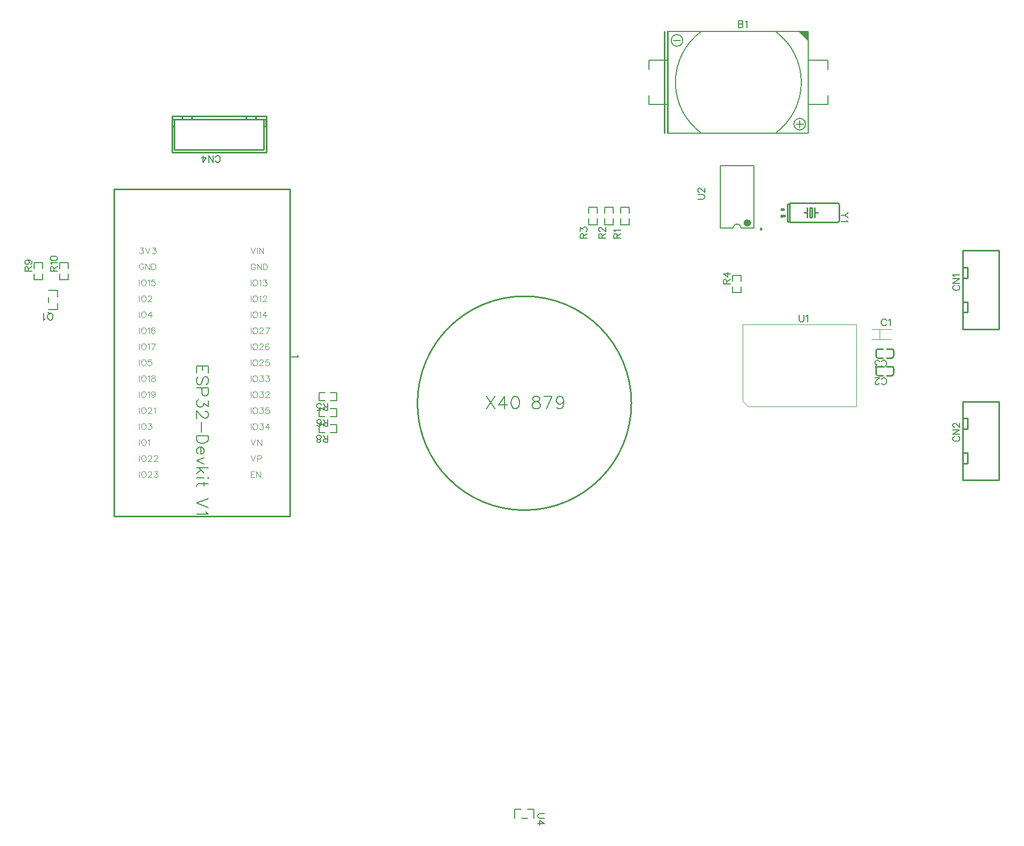
<source format=gto>
G04 Layer: TopSilkscreenLayer*
G04 EasyEDA v6.5.22, 2022-11-14 19:57:00*
G04 f0da57bd03cf490fa7de3f553d211417,61aeb1a5dc08497992730370c491a1bd,10*
G04 Gerber Generator version 0.2*
G04 Scale: 100 percent, Rotated: No, Reflected: No *
G04 Dimensions in millimeters *
G04 leading zeros omitted , absolute positions ,4 integer and 5 decimal *
%FSLAX45Y45*%
%MOMM*%

%ADD10C,0.2032*%
%ADD11C,0.1524*%
%ADD12C,0.0813*%
%ADD13C,0.1544*%
%ADD14C,0.2540*%
%ADD15C,0.1520*%
%ADD16C,0.0800*%
%ADD17C,0.1199*%
%ADD18C,0.2000*%
%ADD19C,0.4064*%
%ADD20C,0.2500*%
%ADD21C,0.6000*%
%ADD22C,0.1520*%
%ADD23C,0.0139*%

%LPD*%
D10*
X-599998Y-494972D02*
G01*
X-470712Y-689028D01*
X-470712Y-494972D02*
G01*
X-599998Y-689028D01*
X-317296Y-494972D02*
G01*
X-409752Y-624258D01*
X-271068Y-624258D01*
X-317296Y-494972D02*
G01*
X-317296Y-689028D01*
X-154736Y-494972D02*
G01*
X-182422Y-504116D01*
X-200964Y-531802D01*
X-210108Y-578030D01*
X-210108Y-605716D01*
X-200964Y-651944D01*
X-182422Y-679630D01*
X-154736Y-689028D01*
X-136448Y-689028D01*
X-108508Y-679630D01*
X-90220Y-651944D01*
X-80822Y-605716D01*
X-80822Y-578030D01*
X-90220Y-531802D01*
X-108508Y-504116D01*
X-136448Y-494972D01*
X-154736Y-494972D01*
X168351Y-494972D02*
G01*
X140665Y-504116D01*
X131521Y-522658D01*
X131521Y-541200D01*
X140665Y-559488D01*
X159207Y-568886D01*
X196291Y-578030D01*
X223977Y-587428D01*
X242265Y-605716D01*
X251663Y-624258D01*
X251663Y-651944D01*
X242265Y-670486D01*
X233121Y-679630D01*
X205435Y-689028D01*
X168351Y-689028D01*
X140665Y-679630D01*
X131521Y-670486D01*
X122377Y-651944D01*
X122377Y-624258D01*
X131521Y-605716D01*
X150063Y-587428D01*
X177749Y-578030D01*
X214579Y-568886D01*
X233121Y-559488D01*
X242265Y-541200D01*
X242265Y-522658D01*
X233121Y-504116D01*
X205435Y-494972D01*
X168351Y-494972D01*
X441909Y-494972D02*
G01*
X349453Y-689028D01*
X312623Y-494972D02*
G01*
X441909Y-494972D01*
X623011Y-559488D02*
G01*
X613613Y-587428D01*
X595071Y-605716D01*
X567385Y-615114D01*
X558241Y-615114D01*
X530555Y-605716D01*
X512013Y-587428D01*
X502869Y-559488D01*
X502869Y-550344D01*
X512013Y-522658D01*
X530555Y-504116D01*
X558241Y-494972D01*
X567385Y-494972D01*
X595071Y-504116D01*
X613613Y-522658D01*
X623011Y-559488D01*
X623011Y-605716D01*
X613613Y-651944D01*
X595071Y-679630D01*
X567385Y-689028D01*
X549097Y-689028D01*
X521411Y-679630D01*
X512013Y-661088D01*
D11*
X-3610102Y160401D02*
G01*
X-3604768Y149987D01*
X-3589273Y134493D01*
X-3698239Y134493D01*
D12*
X-6110808Y1874265D02*
G01*
X-6060008Y1874265D01*
X-6087694Y1837436D01*
X-6073724Y1837436D01*
X-6064580Y1832863D01*
X-6060008Y1828037D01*
X-6055436Y1814321D01*
X-6055436Y1805178D01*
X-6060008Y1791207D01*
X-6069152Y1782063D01*
X-6083122Y1777237D01*
X-6096838Y1777237D01*
X-6110808Y1782063D01*
X-6115380Y1786636D01*
X-6119952Y1795779D01*
X-6024956Y1874265D02*
G01*
X-5987872Y1777237D01*
X-5951042Y1874265D02*
G01*
X-5987872Y1777237D01*
X-5911164Y1874265D02*
G01*
X-5860364Y1874265D01*
X-5888050Y1837436D01*
X-5874334Y1837436D01*
X-5864936Y1832863D01*
X-5860364Y1828037D01*
X-5855792Y1814321D01*
X-5855792Y1805178D01*
X-5860364Y1791207D01*
X-5869762Y1782063D01*
X-5883478Y1777237D01*
X-5897448Y1777237D01*
X-5911164Y1782063D01*
X-5915736Y1786636D01*
X-5920562Y1795779D01*
X-6050610Y1597152D02*
G01*
X-6055436Y1606550D01*
X-6064580Y1615694D01*
X-6073724Y1620265D01*
X-6092266Y1620265D01*
X-6101410Y1615694D01*
X-6110808Y1606550D01*
X-6115380Y1597152D01*
X-6119952Y1583436D01*
X-6119952Y1560321D01*
X-6115380Y1546352D01*
X-6110808Y1537207D01*
X-6101410Y1528063D01*
X-6092266Y1523237D01*
X-6073724Y1523237D01*
X-6064580Y1528063D01*
X-6055436Y1537207D01*
X-6050610Y1546352D01*
X-6050610Y1560321D01*
X-6073724Y1560321D02*
G01*
X-6050610Y1560321D01*
X-6020130Y1620265D02*
G01*
X-6020130Y1523237D01*
X-6020130Y1620265D02*
G01*
X-5955614Y1523237D01*
X-5955614Y1620265D02*
G01*
X-5955614Y1523237D01*
X-5925134Y1620265D02*
G01*
X-5925134Y1523237D01*
X-5925134Y1620265D02*
G01*
X-5892876Y1620265D01*
X-5878906Y1615694D01*
X-5869762Y1606550D01*
X-5864936Y1597152D01*
X-5860364Y1583436D01*
X-5860364Y1560321D01*
X-5864936Y1546352D01*
X-5869762Y1537207D01*
X-5878906Y1528063D01*
X-5892876Y1523237D01*
X-5925134Y1523237D01*
X-6119952Y1366265D02*
G01*
X-6119952Y1269237D01*
X-6061786Y1366265D02*
G01*
X-6070930Y1361694D01*
X-6080328Y1352550D01*
X-6084900Y1343152D01*
X-6089472Y1329436D01*
X-6089472Y1306321D01*
X-6084900Y1292352D01*
X-6080328Y1283207D01*
X-6070930Y1274063D01*
X-6061786Y1269237D01*
X-6043244Y1269237D01*
X-6034100Y1274063D01*
X-6024956Y1283207D01*
X-6020130Y1292352D01*
X-6015558Y1306321D01*
X-6015558Y1329436D01*
X-6020130Y1343152D01*
X-6024956Y1352550D01*
X-6034100Y1361694D01*
X-6043244Y1366265D01*
X-6061786Y1366265D01*
X-5985078Y1347978D02*
G01*
X-5975934Y1352550D01*
X-5961964Y1366265D01*
X-5961964Y1269237D01*
X-5876112Y1366265D02*
G01*
X-5922340Y1366265D01*
X-5926912Y1324863D01*
X-5922340Y1329436D01*
X-5908370Y1334007D01*
X-5894654Y1334007D01*
X-5880684Y1329436D01*
X-5871540Y1320037D01*
X-5866968Y1306321D01*
X-5866968Y1297178D01*
X-5871540Y1283207D01*
X-5880684Y1274063D01*
X-5894654Y1269237D01*
X-5908370Y1269237D01*
X-5922340Y1274063D01*
X-5926912Y1278636D01*
X-5931484Y1287779D01*
X-6119952Y1112265D02*
G01*
X-6119952Y1015237D01*
X-6061786Y1112265D02*
G01*
X-6070930Y1107694D01*
X-6080328Y1098550D01*
X-6084900Y1089152D01*
X-6089472Y1075436D01*
X-6089472Y1052321D01*
X-6084900Y1038352D01*
X-6080328Y1029207D01*
X-6070930Y1020063D01*
X-6061786Y1015237D01*
X-6043244Y1015237D01*
X-6034100Y1020063D01*
X-6024956Y1029207D01*
X-6020130Y1038352D01*
X-6015558Y1052321D01*
X-6015558Y1075436D01*
X-6020130Y1089152D01*
X-6024956Y1098550D01*
X-6034100Y1107694D01*
X-6043244Y1112265D01*
X-6061786Y1112265D01*
X-5980506Y1089152D02*
G01*
X-5980506Y1093978D01*
X-5975934Y1103121D01*
X-5971362Y1107694D01*
X-5961964Y1112265D01*
X-5943676Y1112265D01*
X-5934278Y1107694D01*
X-5929706Y1103121D01*
X-5925134Y1093978D01*
X-5925134Y1084579D01*
X-5929706Y1075436D01*
X-5938850Y1061465D01*
X-5985078Y1015237D01*
X-5920562Y1015237D01*
X-6119952Y858265D02*
G01*
X-6119952Y761237D01*
X-6061786Y858265D02*
G01*
X-6070930Y853694D01*
X-6080328Y844550D01*
X-6084900Y835152D01*
X-6089472Y821436D01*
X-6089472Y798321D01*
X-6084900Y784352D01*
X-6080328Y775207D01*
X-6070930Y766063D01*
X-6061786Y761237D01*
X-6043244Y761237D01*
X-6034100Y766063D01*
X-6024956Y775207D01*
X-6020130Y784352D01*
X-6015558Y798321D01*
X-6015558Y821436D01*
X-6020130Y835152D01*
X-6024956Y844550D01*
X-6034100Y853694D01*
X-6043244Y858265D01*
X-6061786Y858265D01*
X-5938850Y858265D02*
G01*
X-5985078Y793750D01*
X-5915736Y793750D01*
X-5938850Y858265D02*
G01*
X-5938850Y761237D01*
X-6119952Y604265D02*
G01*
X-6119952Y507237D01*
X-6061786Y604265D02*
G01*
X-6070930Y599694D01*
X-6080328Y590550D01*
X-6084900Y581152D01*
X-6089472Y567436D01*
X-6089472Y544321D01*
X-6084900Y530352D01*
X-6080328Y521207D01*
X-6070930Y512063D01*
X-6061786Y507237D01*
X-6043244Y507237D01*
X-6034100Y512063D01*
X-6024956Y521207D01*
X-6020130Y530352D01*
X-6015558Y544321D01*
X-6015558Y567436D01*
X-6020130Y581152D01*
X-6024956Y590550D01*
X-6034100Y599694D01*
X-6043244Y604265D01*
X-6061786Y604265D01*
X-5985078Y585978D02*
G01*
X-5975934Y590550D01*
X-5961964Y604265D01*
X-5961964Y507237D01*
X-5876112Y590550D02*
G01*
X-5880684Y599694D01*
X-5894654Y604265D01*
X-5903798Y604265D01*
X-5917768Y599694D01*
X-5926912Y585978D01*
X-5931484Y562863D01*
X-5931484Y539750D01*
X-5926912Y521207D01*
X-5917768Y512063D01*
X-5903798Y507237D01*
X-5899226Y507237D01*
X-5885256Y512063D01*
X-5876112Y521207D01*
X-5871540Y535178D01*
X-5871540Y539750D01*
X-5876112Y553465D01*
X-5885256Y562863D01*
X-5899226Y567436D01*
X-5903798Y567436D01*
X-5917768Y562863D01*
X-5926912Y553465D01*
X-5931484Y539750D01*
X-6119952Y350265D02*
G01*
X-6119952Y253237D01*
X-6061786Y350265D02*
G01*
X-6070930Y345694D01*
X-6080328Y336550D01*
X-6084900Y327152D01*
X-6089472Y313436D01*
X-6089472Y290321D01*
X-6084900Y276352D01*
X-6080328Y267207D01*
X-6070930Y258063D01*
X-6061786Y253237D01*
X-6043244Y253237D01*
X-6034100Y258063D01*
X-6024956Y267207D01*
X-6020130Y276352D01*
X-6015558Y290321D01*
X-6015558Y313436D01*
X-6020130Y327152D01*
X-6024956Y336550D01*
X-6034100Y345694D01*
X-6043244Y350265D01*
X-6061786Y350265D01*
X-5985078Y331978D02*
G01*
X-5975934Y336550D01*
X-5961964Y350265D01*
X-5961964Y253237D01*
X-5866968Y350265D02*
G01*
X-5913196Y253237D01*
X-5931484Y350265D02*
G01*
X-5866968Y350265D01*
X-6119952Y96265D02*
G01*
X-6119952Y-762D01*
X-6061786Y96265D02*
G01*
X-6070930Y91694D01*
X-6080328Y82550D01*
X-6084900Y73152D01*
X-6089472Y59436D01*
X-6089472Y36321D01*
X-6084900Y22352D01*
X-6080328Y13207D01*
X-6070930Y4063D01*
X-6061786Y-762D01*
X-6043244Y-762D01*
X-6034100Y4063D01*
X-6024956Y13207D01*
X-6020130Y22352D01*
X-6015558Y36321D01*
X-6015558Y59436D01*
X-6020130Y73152D01*
X-6024956Y82550D01*
X-6034100Y91694D01*
X-6043244Y96265D01*
X-6061786Y96265D01*
X-5929706Y96265D02*
G01*
X-5975934Y96265D01*
X-5980506Y54863D01*
X-5975934Y59436D01*
X-5961964Y64007D01*
X-5948248Y64007D01*
X-5934278Y59436D01*
X-5925134Y50037D01*
X-5920562Y36321D01*
X-5920562Y27178D01*
X-5925134Y13207D01*
X-5934278Y4063D01*
X-5948248Y-762D01*
X-5961964Y-762D01*
X-5975934Y4063D01*
X-5980506Y8636D01*
X-5985078Y17779D01*
X-6119952Y-157734D02*
G01*
X-6119952Y-254762D01*
X-6061786Y-157734D02*
G01*
X-6070930Y-162305D01*
X-6080328Y-171450D01*
X-6084900Y-180847D01*
X-6089472Y-194563D01*
X-6089472Y-217678D01*
X-6084900Y-231647D01*
X-6080328Y-240792D01*
X-6070930Y-249936D01*
X-6061786Y-254762D01*
X-6043244Y-254762D01*
X-6034100Y-249936D01*
X-6024956Y-240792D01*
X-6020130Y-231647D01*
X-6015558Y-217678D01*
X-6015558Y-194563D01*
X-6020130Y-180847D01*
X-6024956Y-171450D01*
X-6034100Y-162305D01*
X-6043244Y-157734D01*
X-6061786Y-157734D01*
X-5985078Y-176021D02*
G01*
X-5975934Y-171450D01*
X-5961964Y-157734D01*
X-5961964Y-254762D01*
X-5908370Y-157734D02*
G01*
X-5922340Y-162305D01*
X-5926912Y-171450D01*
X-5926912Y-180847D01*
X-5922340Y-189992D01*
X-5913196Y-194563D01*
X-5894654Y-199136D01*
X-5880684Y-203962D01*
X-5871540Y-213105D01*
X-5866968Y-222250D01*
X-5866968Y-236220D01*
X-5871540Y-245363D01*
X-5876112Y-249936D01*
X-5890082Y-254762D01*
X-5908370Y-254762D01*
X-5922340Y-249936D01*
X-5926912Y-245363D01*
X-5931484Y-236220D01*
X-5931484Y-222250D01*
X-5926912Y-213105D01*
X-5917768Y-203962D01*
X-5903798Y-199136D01*
X-5885256Y-194563D01*
X-5876112Y-189992D01*
X-5871540Y-180847D01*
X-5871540Y-171450D01*
X-5876112Y-162305D01*
X-5890082Y-157734D01*
X-5908370Y-157734D01*
X-6119952Y-411734D02*
G01*
X-6119952Y-508762D01*
X-6061786Y-411734D02*
G01*
X-6070930Y-416305D01*
X-6080328Y-425450D01*
X-6084900Y-434847D01*
X-6089472Y-448563D01*
X-6089472Y-471678D01*
X-6084900Y-485647D01*
X-6080328Y-494792D01*
X-6070930Y-503936D01*
X-6061786Y-508762D01*
X-6043244Y-508762D01*
X-6034100Y-503936D01*
X-6024956Y-494792D01*
X-6020130Y-485647D01*
X-6015558Y-471678D01*
X-6015558Y-448563D01*
X-6020130Y-434847D01*
X-6024956Y-425450D01*
X-6034100Y-416305D01*
X-6043244Y-411734D01*
X-6061786Y-411734D01*
X-5985078Y-430021D02*
G01*
X-5975934Y-425450D01*
X-5961964Y-411734D01*
X-5961964Y-508762D01*
X-5871540Y-443992D02*
G01*
X-5876112Y-457962D01*
X-5885256Y-467105D01*
X-5899226Y-471678D01*
X-5903798Y-471678D01*
X-5917768Y-467105D01*
X-5926912Y-457962D01*
X-5931484Y-443992D01*
X-5931484Y-439420D01*
X-5926912Y-425450D01*
X-5917768Y-416305D01*
X-5903798Y-411734D01*
X-5899226Y-411734D01*
X-5885256Y-416305D01*
X-5876112Y-425450D01*
X-5871540Y-443992D01*
X-5871540Y-467105D01*
X-5876112Y-490220D01*
X-5885256Y-503936D01*
X-5899226Y-508762D01*
X-5908370Y-508762D01*
X-5922340Y-503936D01*
X-5926912Y-494792D01*
X-6119952Y-665734D02*
G01*
X-6119952Y-762762D01*
X-6061786Y-665734D02*
G01*
X-6070930Y-670305D01*
X-6080328Y-679450D01*
X-6084900Y-688847D01*
X-6089472Y-702563D01*
X-6089472Y-725678D01*
X-6084900Y-739647D01*
X-6080328Y-748792D01*
X-6070930Y-757936D01*
X-6061786Y-762762D01*
X-6043244Y-762762D01*
X-6034100Y-757936D01*
X-6024956Y-748792D01*
X-6020130Y-739647D01*
X-6015558Y-725678D01*
X-6015558Y-702563D01*
X-6020130Y-688847D01*
X-6024956Y-679450D01*
X-6034100Y-670305D01*
X-6043244Y-665734D01*
X-6061786Y-665734D01*
X-5980506Y-688847D02*
G01*
X-5980506Y-684021D01*
X-5975934Y-674878D01*
X-5971362Y-670305D01*
X-5961964Y-665734D01*
X-5943676Y-665734D01*
X-5934278Y-670305D01*
X-5929706Y-674878D01*
X-5925134Y-684021D01*
X-5925134Y-693420D01*
X-5929706Y-702563D01*
X-5938850Y-716534D01*
X-5985078Y-762762D01*
X-5920562Y-762762D01*
X-5890082Y-684021D02*
G01*
X-5880684Y-679450D01*
X-5866968Y-665734D01*
X-5866968Y-762762D01*
X-6119952Y-919734D02*
G01*
X-6119952Y-1016762D01*
X-6061786Y-919734D02*
G01*
X-6070930Y-924305D01*
X-6080328Y-933450D01*
X-6084900Y-942847D01*
X-6089472Y-956563D01*
X-6089472Y-979678D01*
X-6084900Y-993647D01*
X-6080328Y-1002792D01*
X-6070930Y-1011936D01*
X-6061786Y-1016762D01*
X-6043244Y-1016762D01*
X-6034100Y-1011936D01*
X-6024956Y-1002792D01*
X-6020130Y-993647D01*
X-6015558Y-979678D01*
X-6015558Y-956563D01*
X-6020130Y-942847D01*
X-6024956Y-933450D01*
X-6034100Y-924305D01*
X-6043244Y-919734D01*
X-6061786Y-919734D01*
X-5975934Y-919734D02*
G01*
X-5925134Y-919734D01*
X-5952820Y-956563D01*
X-5938850Y-956563D01*
X-5929706Y-961136D01*
X-5925134Y-965962D01*
X-5920562Y-979678D01*
X-5920562Y-988821D01*
X-5925134Y-1002792D01*
X-5934278Y-1011936D01*
X-5948248Y-1016762D01*
X-5961964Y-1016762D01*
X-5975934Y-1011936D01*
X-5980506Y-1007363D01*
X-5985078Y-998220D01*
X-6119952Y-1173734D02*
G01*
X-6119952Y-1270762D01*
X-6061786Y-1173734D02*
G01*
X-6070930Y-1178305D01*
X-6080328Y-1187450D01*
X-6084900Y-1196847D01*
X-6089472Y-1210563D01*
X-6089472Y-1233678D01*
X-6084900Y-1247647D01*
X-6080328Y-1256792D01*
X-6070930Y-1265936D01*
X-6061786Y-1270762D01*
X-6043244Y-1270762D01*
X-6034100Y-1265936D01*
X-6024956Y-1256792D01*
X-6020130Y-1247647D01*
X-6015558Y-1233678D01*
X-6015558Y-1210563D01*
X-6020130Y-1196847D01*
X-6024956Y-1187450D01*
X-6034100Y-1178305D01*
X-6043244Y-1173734D01*
X-6061786Y-1173734D01*
X-5985078Y-1192021D02*
G01*
X-5975934Y-1187450D01*
X-5961964Y-1173734D01*
X-5961964Y-1270762D01*
X-6119952Y-1427734D02*
G01*
X-6119952Y-1524762D01*
X-6061786Y-1427734D02*
G01*
X-6070930Y-1432305D01*
X-6080328Y-1441450D01*
X-6084900Y-1450847D01*
X-6089472Y-1464563D01*
X-6089472Y-1487678D01*
X-6084900Y-1501647D01*
X-6080328Y-1510792D01*
X-6070930Y-1519936D01*
X-6061786Y-1524762D01*
X-6043244Y-1524762D01*
X-6034100Y-1519936D01*
X-6024956Y-1510792D01*
X-6020130Y-1501647D01*
X-6015558Y-1487678D01*
X-6015558Y-1464563D01*
X-6020130Y-1450847D01*
X-6024956Y-1441450D01*
X-6034100Y-1432305D01*
X-6043244Y-1427734D01*
X-6061786Y-1427734D01*
X-5980506Y-1450847D02*
G01*
X-5980506Y-1446021D01*
X-5975934Y-1436878D01*
X-5971362Y-1432305D01*
X-5961964Y-1427734D01*
X-5943676Y-1427734D01*
X-5934278Y-1432305D01*
X-5929706Y-1436878D01*
X-5925134Y-1446021D01*
X-5925134Y-1455420D01*
X-5929706Y-1464563D01*
X-5938850Y-1478534D01*
X-5985078Y-1524762D01*
X-5920562Y-1524762D01*
X-5885256Y-1450847D02*
G01*
X-5885256Y-1446021D01*
X-5880684Y-1436878D01*
X-5876112Y-1432305D01*
X-5866968Y-1427734D01*
X-5848426Y-1427734D01*
X-5839282Y-1432305D01*
X-5834456Y-1436878D01*
X-5829884Y-1446021D01*
X-5829884Y-1455420D01*
X-5834456Y-1464563D01*
X-5843854Y-1478534D01*
X-5890082Y-1524762D01*
X-5825312Y-1524762D01*
X-6119952Y-1681734D02*
G01*
X-6119952Y-1778762D01*
X-6061786Y-1681734D02*
G01*
X-6070930Y-1686305D01*
X-6080328Y-1695450D01*
X-6084900Y-1704847D01*
X-6089472Y-1718563D01*
X-6089472Y-1741678D01*
X-6084900Y-1755647D01*
X-6080328Y-1764792D01*
X-6070930Y-1773936D01*
X-6061786Y-1778762D01*
X-6043244Y-1778762D01*
X-6034100Y-1773936D01*
X-6024956Y-1764792D01*
X-6020130Y-1755647D01*
X-6015558Y-1741678D01*
X-6015558Y-1718563D01*
X-6020130Y-1704847D01*
X-6024956Y-1695450D01*
X-6034100Y-1686305D01*
X-6043244Y-1681734D01*
X-6061786Y-1681734D01*
X-5980506Y-1704847D02*
G01*
X-5980506Y-1700021D01*
X-5975934Y-1690878D01*
X-5971362Y-1686305D01*
X-5961964Y-1681734D01*
X-5943676Y-1681734D01*
X-5934278Y-1686305D01*
X-5929706Y-1690878D01*
X-5925134Y-1700021D01*
X-5925134Y-1709420D01*
X-5929706Y-1718563D01*
X-5938850Y-1732534D01*
X-5985078Y-1778762D01*
X-5920562Y-1778762D01*
X-5880684Y-1681734D02*
G01*
X-5829884Y-1681734D01*
X-5857570Y-1718563D01*
X-5843854Y-1718563D01*
X-5834456Y-1723136D01*
X-5829884Y-1727962D01*
X-5825312Y-1741678D01*
X-5825312Y-1750821D01*
X-5829884Y-1764792D01*
X-5839282Y-1773936D01*
X-5852998Y-1778762D01*
X-5866968Y-1778762D01*
X-5880684Y-1773936D01*
X-5885256Y-1769363D01*
X-5890082Y-1760220D01*
X-4347946Y1872437D02*
G01*
X-4311116Y1775409D01*
X-4274032Y1872437D02*
G01*
X-4311116Y1775409D01*
X-4243552Y1872437D02*
G01*
X-4243552Y1775409D01*
X-4213072Y1872437D02*
G01*
X-4213072Y1775409D01*
X-4213072Y1872437D02*
G01*
X-4148556Y1775409D01*
X-4148556Y1872437D02*
G01*
X-4148556Y1775409D01*
X-4278604Y1595323D02*
G01*
X-4283430Y1604467D01*
X-4292574Y1613611D01*
X-4301718Y1618437D01*
X-4320260Y1618437D01*
X-4329404Y1613611D01*
X-4338802Y1604467D01*
X-4343374Y1595323D01*
X-4347946Y1581353D01*
X-4347946Y1558239D01*
X-4343374Y1544523D01*
X-4338802Y1535125D01*
X-4329404Y1525981D01*
X-4320260Y1521409D01*
X-4301718Y1521409D01*
X-4292574Y1525981D01*
X-4283430Y1535125D01*
X-4278604Y1544523D01*
X-4278604Y1558239D01*
X-4301718Y1558239D02*
G01*
X-4278604Y1558239D01*
X-4248124Y1618437D02*
G01*
X-4248124Y1521409D01*
X-4248124Y1618437D02*
G01*
X-4183608Y1521409D01*
X-4183608Y1618437D02*
G01*
X-4183608Y1521409D01*
X-4153128Y1618437D02*
G01*
X-4153128Y1521409D01*
X-4153128Y1618437D02*
G01*
X-4120870Y1618437D01*
X-4106900Y1613611D01*
X-4097756Y1604467D01*
X-4093184Y1595323D01*
X-4088358Y1581353D01*
X-4088358Y1558239D01*
X-4093184Y1544523D01*
X-4097756Y1535125D01*
X-4106900Y1525981D01*
X-4120870Y1521409D01*
X-4153128Y1521409D01*
X-4347946Y1364437D02*
G01*
X-4347946Y1267409D01*
X-4289780Y1364437D02*
G01*
X-4298924Y1359611D01*
X-4308322Y1350467D01*
X-4312894Y1341323D01*
X-4317466Y1327353D01*
X-4317466Y1304239D01*
X-4312894Y1290523D01*
X-4308322Y1281125D01*
X-4298924Y1271981D01*
X-4289780Y1267409D01*
X-4271238Y1267409D01*
X-4262094Y1271981D01*
X-4252950Y1281125D01*
X-4248124Y1290523D01*
X-4243552Y1304239D01*
X-4243552Y1327353D01*
X-4248124Y1341323D01*
X-4252950Y1350467D01*
X-4262094Y1359611D01*
X-4271238Y1364437D01*
X-4289780Y1364437D01*
X-4213072Y1345895D02*
G01*
X-4203928Y1350467D01*
X-4189958Y1364437D01*
X-4189958Y1267409D01*
X-4150334Y1364437D02*
G01*
X-4099534Y1364437D01*
X-4127220Y1327353D01*
X-4113504Y1327353D01*
X-4104106Y1322781D01*
X-4099534Y1318209D01*
X-4094962Y1304239D01*
X-4094962Y1295095D01*
X-4099534Y1281125D01*
X-4108678Y1271981D01*
X-4122648Y1267409D01*
X-4136364Y1267409D01*
X-4150334Y1271981D01*
X-4154906Y1276553D01*
X-4159478Y1285697D01*
X-4347946Y1110437D02*
G01*
X-4347946Y1013409D01*
X-4289780Y1110437D02*
G01*
X-4298924Y1105611D01*
X-4308322Y1096467D01*
X-4312894Y1087323D01*
X-4317466Y1073353D01*
X-4317466Y1050239D01*
X-4312894Y1036523D01*
X-4308322Y1027125D01*
X-4298924Y1017981D01*
X-4289780Y1013409D01*
X-4271238Y1013409D01*
X-4262094Y1017981D01*
X-4252950Y1027125D01*
X-4248124Y1036523D01*
X-4243552Y1050239D01*
X-4243552Y1073353D01*
X-4248124Y1087323D01*
X-4252950Y1096467D01*
X-4262094Y1105611D01*
X-4271238Y1110437D01*
X-4289780Y1110437D01*
X-4213072Y1091895D02*
G01*
X-4203928Y1096467D01*
X-4189958Y1110437D01*
X-4189958Y1013409D01*
X-4154906Y1087323D02*
G01*
X-4154906Y1091895D01*
X-4150334Y1101039D01*
X-4145762Y1105611D01*
X-4136364Y1110437D01*
X-4118076Y1110437D01*
X-4108678Y1105611D01*
X-4104106Y1101039D01*
X-4099534Y1091895D01*
X-4099534Y1082497D01*
X-4104106Y1073353D01*
X-4113504Y1059637D01*
X-4159478Y1013409D01*
X-4094962Y1013409D01*
X-4347946Y856437D02*
G01*
X-4347946Y759409D01*
X-4289780Y856437D02*
G01*
X-4298924Y851611D01*
X-4308322Y842467D01*
X-4312894Y833323D01*
X-4317466Y819353D01*
X-4317466Y796239D01*
X-4312894Y782523D01*
X-4308322Y773125D01*
X-4298924Y763981D01*
X-4289780Y759409D01*
X-4271238Y759409D01*
X-4262094Y763981D01*
X-4252950Y773125D01*
X-4248124Y782523D01*
X-4243552Y796239D01*
X-4243552Y819353D01*
X-4248124Y833323D01*
X-4252950Y842467D01*
X-4262094Y851611D01*
X-4271238Y856437D01*
X-4289780Y856437D01*
X-4213072Y837895D02*
G01*
X-4203928Y842467D01*
X-4189958Y856437D01*
X-4189958Y759409D01*
X-4113504Y856437D02*
G01*
X-4159478Y791667D01*
X-4090390Y791667D01*
X-4113504Y856437D02*
G01*
X-4113504Y759409D01*
X-4347946Y602437D02*
G01*
X-4347946Y505409D01*
X-4289780Y602437D02*
G01*
X-4298924Y597611D01*
X-4308322Y588467D01*
X-4312894Y579323D01*
X-4317466Y565353D01*
X-4317466Y542239D01*
X-4312894Y528523D01*
X-4308322Y519125D01*
X-4298924Y509981D01*
X-4289780Y505409D01*
X-4271238Y505409D01*
X-4262094Y509981D01*
X-4252950Y519125D01*
X-4248124Y528523D01*
X-4243552Y542239D01*
X-4243552Y565353D01*
X-4248124Y579323D01*
X-4252950Y588467D01*
X-4262094Y597611D01*
X-4271238Y602437D01*
X-4289780Y602437D01*
X-4208500Y579323D02*
G01*
X-4208500Y583895D01*
X-4203928Y593039D01*
X-4199356Y597611D01*
X-4189958Y602437D01*
X-4171670Y602437D01*
X-4162272Y597611D01*
X-4157700Y593039D01*
X-4153128Y583895D01*
X-4153128Y574497D01*
X-4157700Y565353D01*
X-4166844Y551637D01*
X-4213072Y505409D01*
X-4148556Y505409D01*
X-4053306Y602437D02*
G01*
X-4099534Y505409D01*
X-4118076Y602437D02*
G01*
X-4053306Y602437D01*
X-4347946Y348437D02*
G01*
X-4347946Y251409D01*
X-4289780Y348437D02*
G01*
X-4298924Y343611D01*
X-4308322Y334467D01*
X-4312894Y325323D01*
X-4317466Y311353D01*
X-4317466Y288239D01*
X-4312894Y274523D01*
X-4308322Y265125D01*
X-4298924Y255981D01*
X-4289780Y251409D01*
X-4271238Y251409D01*
X-4262094Y255981D01*
X-4252950Y265125D01*
X-4248124Y274523D01*
X-4243552Y288239D01*
X-4243552Y311353D01*
X-4248124Y325323D01*
X-4252950Y334467D01*
X-4262094Y343611D01*
X-4271238Y348437D01*
X-4289780Y348437D01*
X-4208500Y325323D02*
G01*
X-4208500Y329895D01*
X-4203928Y339039D01*
X-4199356Y343611D01*
X-4189958Y348437D01*
X-4171670Y348437D01*
X-4162272Y343611D01*
X-4157700Y339039D01*
X-4153128Y329895D01*
X-4153128Y320497D01*
X-4157700Y311353D01*
X-4166844Y297637D01*
X-4213072Y251409D01*
X-4148556Y251409D01*
X-4062704Y334467D02*
G01*
X-4067276Y343611D01*
X-4080992Y348437D01*
X-4090390Y348437D01*
X-4104106Y343611D01*
X-4113504Y329895D01*
X-4118076Y306781D01*
X-4118076Y283667D01*
X-4113504Y265125D01*
X-4104106Y255981D01*
X-4090390Y251409D01*
X-4085564Y251409D01*
X-4071848Y255981D01*
X-4062704Y265125D01*
X-4057878Y279095D01*
X-4057878Y283667D01*
X-4062704Y297637D01*
X-4071848Y306781D01*
X-4085564Y311353D01*
X-4090390Y311353D01*
X-4104106Y306781D01*
X-4113504Y297637D01*
X-4118076Y283667D01*
X-4347946Y94437D02*
G01*
X-4347946Y-2590D01*
X-4289780Y94437D02*
G01*
X-4298924Y89611D01*
X-4308322Y80467D01*
X-4312894Y71323D01*
X-4317466Y57353D01*
X-4317466Y34239D01*
X-4312894Y20523D01*
X-4308322Y11125D01*
X-4298924Y1981D01*
X-4289780Y-2590D01*
X-4271238Y-2590D01*
X-4262094Y1981D01*
X-4252950Y11125D01*
X-4248124Y20523D01*
X-4243552Y34239D01*
X-4243552Y57353D01*
X-4248124Y71323D01*
X-4252950Y80467D01*
X-4262094Y89611D01*
X-4271238Y94437D01*
X-4289780Y94437D01*
X-4208500Y71323D02*
G01*
X-4208500Y75895D01*
X-4203928Y85039D01*
X-4199356Y89611D01*
X-4189958Y94437D01*
X-4171670Y94437D01*
X-4162272Y89611D01*
X-4157700Y85039D01*
X-4153128Y75895D01*
X-4153128Y66497D01*
X-4157700Y57353D01*
X-4166844Y43637D01*
X-4213072Y-2590D01*
X-4148556Y-2590D01*
X-4062704Y94437D02*
G01*
X-4108678Y94437D01*
X-4113504Y52781D01*
X-4108678Y57353D01*
X-4094962Y61925D01*
X-4080992Y61925D01*
X-4067276Y57353D01*
X-4057878Y48209D01*
X-4053306Y34239D01*
X-4053306Y25095D01*
X-4057878Y11125D01*
X-4067276Y1981D01*
X-4080992Y-2590D01*
X-4094962Y-2590D01*
X-4108678Y1981D01*
X-4113504Y6553D01*
X-4118076Y15697D01*
X-4347946Y-159562D02*
G01*
X-4347946Y-256590D01*
X-4289780Y-159562D02*
G01*
X-4298924Y-164388D01*
X-4308322Y-173532D01*
X-4312894Y-182676D01*
X-4317466Y-196646D01*
X-4317466Y-219760D01*
X-4312894Y-233476D01*
X-4308322Y-242874D01*
X-4298924Y-252018D01*
X-4289780Y-256590D01*
X-4271238Y-256590D01*
X-4262094Y-252018D01*
X-4252950Y-242874D01*
X-4248124Y-233476D01*
X-4243552Y-219760D01*
X-4243552Y-196646D01*
X-4248124Y-182676D01*
X-4252950Y-173532D01*
X-4262094Y-164388D01*
X-4271238Y-159562D01*
X-4289780Y-159562D01*
X-4203928Y-159562D02*
G01*
X-4153128Y-159562D01*
X-4180814Y-196646D01*
X-4166844Y-196646D01*
X-4157700Y-201218D01*
X-4153128Y-205790D01*
X-4148556Y-219760D01*
X-4148556Y-228904D01*
X-4153128Y-242874D01*
X-4162272Y-252018D01*
X-4176242Y-256590D01*
X-4189958Y-256590D01*
X-4203928Y-252018D01*
X-4208500Y-247446D01*
X-4213072Y-238302D01*
X-4108678Y-159562D02*
G01*
X-4057878Y-159562D01*
X-4085564Y-196646D01*
X-4071848Y-196646D01*
X-4062704Y-201218D01*
X-4057878Y-205790D01*
X-4053306Y-219760D01*
X-4053306Y-228904D01*
X-4057878Y-242874D01*
X-4067276Y-252018D01*
X-4080992Y-256590D01*
X-4094962Y-256590D01*
X-4108678Y-252018D01*
X-4113504Y-247446D01*
X-4118076Y-238302D01*
X-4347946Y-413562D02*
G01*
X-4347946Y-510590D01*
X-4289780Y-413562D02*
G01*
X-4298924Y-418388D01*
X-4308322Y-427532D01*
X-4312894Y-436676D01*
X-4317466Y-450646D01*
X-4317466Y-473760D01*
X-4312894Y-487476D01*
X-4308322Y-496874D01*
X-4298924Y-506018D01*
X-4289780Y-510590D01*
X-4271238Y-510590D01*
X-4262094Y-506018D01*
X-4252950Y-496874D01*
X-4248124Y-487476D01*
X-4243552Y-473760D01*
X-4243552Y-450646D01*
X-4248124Y-436676D01*
X-4252950Y-427532D01*
X-4262094Y-418388D01*
X-4271238Y-413562D01*
X-4289780Y-413562D01*
X-4203928Y-413562D02*
G01*
X-4153128Y-413562D01*
X-4180814Y-450646D01*
X-4166844Y-450646D01*
X-4157700Y-455218D01*
X-4153128Y-459790D01*
X-4148556Y-473760D01*
X-4148556Y-482904D01*
X-4153128Y-496874D01*
X-4162272Y-506018D01*
X-4176242Y-510590D01*
X-4189958Y-510590D01*
X-4203928Y-506018D01*
X-4208500Y-501446D01*
X-4213072Y-492302D01*
X-4113504Y-436676D02*
G01*
X-4113504Y-432104D01*
X-4108678Y-422960D01*
X-4104106Y-418388D01*
X-4094962Y-413562D01*
X-4076420Y-413562D01*
X-4067276Y-418388D01*
X-4062704Y-422960D01*
X-4057878Y-432104D01*
X-4057878Y-441502D01*
X-4062704Y-450646D01*
X-4071848Y-464362D01*
X-4118076Y-510590D01*
X-4053306Y-510590D01*
X-4347946Y-667562D02*
G01*
X-4347946Y-764590D01*
X-4289780Y-667562D02*
G01*
X-4298924Y-672388D01*
X-4308322Y-681532D01*
X-4312894Y-690676D01*
X-4317466Y-704646D01*
X-4317466Y-727760D01*
X-4312894Y-741476D01*
X-4308322Y-750874D01*
X-4298924Y-760018D01*
X-4289780Y-764590D01*
X-4271238Y-764590D01*
X-4262094Y-760018D01*
X-4252950Y-750874D01*
X-4248124Y-741476D01*
X-4243552Y-727760D01*
X-4243552Y-704646D01*
X-4248124Y-690676D01*
X-4252950Y-681532D01*
X-4262094Y-672388D01*
X-4271238Y-667562D01*
X-4289780Y-667562D01*
X-4203928Y-667562D02*
G01*
X-4153128Y-667562D01*
X-4180814Y-704646D01*
X-4166844Y-704646D01*
X-4157700Y-709218D01*
X-4153128Y-713790D01*
X-4148556Y-727760D01*
X-4148556Y-736904D01*
X-4153128Y-750874D01*
X-4162272Y-760018D01*
X-4176242Y-764590D01*
X-4189958Y-764590D01*
X-4203928Y-760018D01*
X-4208500Y-755446D01*
X-4213072Y-746302D01*
X-4062704Y-667562D02*
G01*
X-4108678Y-667562D01*
X-4113504Y-709218D01*
X-4108678Y-704646D01*
X-4094962Y-700074D01*
X-4080992Y-700074D01*
X-4067276Y-704646D01*
X-4057878Y-713790D01*
X-4053306Y-727760D01*
X-4053306Y-736904D01*
X-4057878Y-750874D01*
X-4067276Y-760018D01*
X-4080992Y-764590D01*
X-4094962Y-764590D01*
X-4108678Y-760018D01*
X-4113504Y-755446D01*
X-4118076Y-746302D01*
X-4347946Y-921562D02*
G01*
X-4347946Y-1018590D01*
X-4289780Y-921562D02*
G01*
X-4298924Y-926388D01*
X-4308322Y-935532D01*
X-4312894Y-944676D01*
X-4317466Y-958646D01*
X-4317466Y-981760D01*
X-4312894Y-995476D01*
X-4308322Y-1004874D01*
X-4298924Y-1014018D01*
X-4289780Y-1018590D01*
X-4271238Y-1018590D01*
X-4262094Y-1014018D01*
X-4252950Y-1004874D01*
X-4248124Y-995476D01*
X-4243552Y-981760D01*
X-4243552Y-958646D01*
X-4248124Y-944676D01*
X-4252950Y-935532D01*
X-4262094Y-926388D01*
X-4271238Y-921562D01*
X-4289780Y-921562D01*
X-4203928Y-921562D02*
G01*
X-4153128Y-921562D01*
X-4180814Y-958646D01*
X-4166844Y-958646D01*
X-4157700Y-963218D01*
X-4153128Y-967790D01*
X-4148556Y-981760D01*
X-4148556Y-990904D01*
X-4153128Y-1004874D01*
X-4162272Y-1014018D01*
X-4176242Y-1018590D01*
X-4189958Y-1018590D01*
X-4203928Y-1014018D01*
X-4208500Y-1009446D01*
X-4213072Y-1000302D01*
X-4071848Y-921562D02*
G01*
X-4118076Y-986332D01*
X-4048734Y-986332D01*
X-4071848Y-921562D02*
G01*
X-4071848Y-1018590D01*
X-4347946Y-1175562D02*
G01*
X-4311116Y-1272590D01*
X-4274032Y-1175562D02*
G01*
X-4311116Y-1272590D01*
X-4243552Y-1175562D02*
G01*
X-4243552Y-1272590D01*
X-4243552Y-1175562D02*
G01*
X-4179036Y-1272590D01*
X-4179036Y-1175562D02*
G01*
X-4179036Y-1272590D01*
X-4347946Y-1429562D02*
G01*
X-4311116Y-1526590D01*
X-4274032Y-1429562D02*
G01*
X-4311116Y-1526590D01*
X-4243552Y-1429562D02*
G01*
X-4243552Y-1526590D01*
X-4243552Y-1429562D02*
G01*
X-4202150Y-1429562D01*
X-4188180Y-1434388D01*
X-4183608Y-1438960D01*
X-4179036Y-1448104D01*
X-4179036Y-1462074D01*
X-4183608Y-1471218D01*
X-4188180Y-1475790D01*
X-4202150Y-1480362D01*
X-4243552Y-1480362D01*
X-4347946Y-1683562D02*
G01*
X-4347946Y-1780590D01*
X-4347946Y-1683562D02*
G01*
X-4288002Y-1683562D01*
X-4347946Y-1729790D02*
G01*
X-4311116Y-1729790D01*
X-4347946Y-1780590D02*
G01*
X-4288002Y-1780590D01*
X-4257522Y-1683562D02*
G01*
X-4257522Y-1780590D01*
X-4257522Y-1683562D02*
G01*
X-4192752Y-1780590D01*
X-4192752Y-1683562D02*
G01*
X-4192752Y-1780590D01*
D13*
X-5026660Y-6985D02*
G01*
X-5211063Y-6985D01*
X-5026660Y-6985D02*
G01*
X-5026660Y-121030D01*
X-5114544Y-6985D02*
G01*
X-5114544Y-77088D01*
X-5211063Y-6985D02*
G01*
X-5211063Y-121030D01*
X-5053076Y-301879D02*
G01*
X-5035550Y-284353D01*
X-5026660Y-257937D01*
X-5026660Y-222885D01*
X-5035550Y-196469D01*
X-5053076Y-178943D01*
X-5070602Y-178943D01*
X-5088128Y-187832D01*
X-5096763Y-196469D01*
X-5105654Y-213995D01*
X-5123179Y-266827D01*
X-5132070Y-284353D01*
X-5140705Y-292988D01*
X-5158231Y-301879D01*
X-5184647Y-301879D01*
X-5202173Y-284353D01*
X-5211063Y-257937D01*
X-5211063Y-222885D01*
X-5202173Y-196469D01*
X-5184647Y-178943D01*
X-5026660Y-359790D02*
G01*
X-5211063Y-359790D01*
X-5026660Y-359790D02*
G01*
X-5026660Y-438785D01*
X-5035550Y-464946D01*
X-5044186Y-473837D01*
X-5061712Y-482472D01*
X-5088128Y-482472D01*
X-5105654Y-473837D01*
X-5114544Y-464946D01*
X-5123179Y-438785D01*
X-5123179Y-359790D01*
X-5026660Y-558164D02*
G01*
X-5026660Y-654685D01*
X-5096763Y-601853D01*
X-5096763Y-628269D01*
X-5105654Y-645795D01*
X-5114544Y-654685D01*
X-5140705Y-663320D01*
X-5158231Y-663320D01*
X-5184647Y-654685D01*
X-5202173Y-636904D01*
X-5211063Y-610743D01*
X-5211063Y-584327D01*
X-5202173Y-558164D01*
X-5193284Y-549275D01*
X-5175757Y-540385D01*
X-5070602Y-730122D02*
G01*
X-5061712Y-730122D01*
X-5044186Y-738759D01*
X-5035550Y-747648D01*
X-5026660Y-765175D01*
X-5026660Y-800227D01*
X-5035550Y-817753D01*
X-5044186Y-826643D01*
X-5061712Y-835279D01*
X-5079237Y-835279D01*
X-5096763Y-826643D01*
X-5123179Y-809117D01*
X-5211063Y-721232D01*
X-5211063Y-844169D01*
X-5132070Y-902080D02*
G01*
X-5132070Y-1060069D01*
X-5026660Y-1117980D02*
G01*
X-5211063Y-1117980D01*
X-5026660Y-1117980D02*
G01*
X-5026660Y-1179195D01*
X-5035550Y-1205611D01*
X-5053076Y-1223137D01*
X-5070602Y-1232027D01*
X-5096763Y-1240662D01*
X-5140705Y-1240662D01*
X-5167121Y-1232027D01*
X-5184647Y-1223137D01*
X-5202173Y-1205611D01*
X-5211063Y-1179195D01*
X-5211063Y-1117980D01*
X-5140705Y-1298575D02*
G01*
X-5140705Y-1403985D01*
X-5123179Y-1403985D01*
X-5105654Y-1395095D01*
X-5096763Y-1386459D01*
X-5088128Y-1368932D01*
X-5088128Y-1342517D01*
X-5096763Y-1324990D01*
X-5114544Y-1307464D01*
X-5140705Y-1298575D01*
X-5158231Y-1298575D01*
X-5184647Y-1307464D01*
X-5202173Y-1324990D01*
X-5211063Y-1342517D01*
X-5211063Y-1368932D01*
X-5202173Y-1386459D01*
X-5184647Y-1403985D01*
X-5088128Y-1461896D02*
G01*
X-5211063Y-1514475D01*
X-5088128Y-1567053D02*
G01*
X-5211063Y-1514475D01*
X-5026660Y-1624964D02*
G01*
X-5211063Y-1624964D01*
X-5088128Y-1712848D02*
G01*
X-5175757Y-1624964D01*
X-5140705Y-1660017D02*
G01*
X-5211063Y-1721485D01*
X-5026660Y-1779396D02*
G01*
X-5035550Y-1788287D01*
X-5026660Y-1796922D01*
X-5018023Y-1788287D01*
X-5026660Y-1779396D01*
X-5088128Y-1788287D02*
G01*
X-5211063Y-1788287D01*
X-5026660Y-1881251D02*
G01*
X-5175757Y-1881251D01*
X-5202173Y-1890140D01*
X-5211063Y-1907667D01*
X-5211063Y-1925193D01*
X-5088128Y-1854835D02*
G01*
X-5088128Y-1916303D01*
X-5026660Y-2118232D02*
G01*
X-5211063Y-2188337D01*
X-5026660Y-2258440D02*
G01*
X-5211063Y-2188337D01*
X-5061712Y-2316353D02*
G01*
X-5053076Y-2334132D01*
X-5026660Y-2360295D01*
X-5211063Y-2360295D01*
D11*
X3399993Y5478906D02*
G01*
X3399993Y5369940D01*
X3399993Y5478906D02*
G01*
X3446729Y5478906D01*
X3462223Y5473827D01*
X3467557Y5468493D01*
X3472637Y5458079D01*
X3472637Y5447664D01*
X3467557Y5437251D01*
X3462223Y5432170D01*
X3446729Y5427090D01*
X3399993Y5427090D02*
G01*
X3446729Y5427090D01*
X3462223Y5421756D01*
X3467557Y5416677D01*
X3472637Y5406262D01*
X3472637Y5390514D01*
X3467557Y5380101D01*
X3462223Y5375020D01*
X3446729Y5369940D01*
X3399993Y5369940D01*
X3506927Y5458079D02*
G01*
X3517341Y5463412D01*
X3533089Y5478906D01*
X3533089Y5369940D01*
X5750940Y714247D02*
G01*
X5745606Y724662D01*
X5735193Y735076D01*
X5725033Y740155D01*
X5704204Y740155D01*
X5693790Y735076D01*
X5683377Y724662D01*
X5678043Y714247D01*
X5672963Y698500D01*
X5672963Y672592D01*
X5678043Y657097D01*
X5683377Y646684D01*
X5693790Y636270D01*
X5704204Y631189D01*
X5725033Y631189D01*
X5735193Y636270D01*
X5745606Y646684D01*
X5750940Y657097D01*
X5785231Y719328D02*
G01*
X5795645Y724662D01*
X5811138Y740155D01*
X5811138Y631189D01*
X5675122Y-279907D02*
G01*
X5680456Y-290321D01*
X5690870Y-300736D01*
X5701029Y-305815D01*
X5721858Y-305815D01*
X5732272Y-300736D01*
X5742686Y-290321D01*
X5748020Y-279907D01*
X5753100Y-264160D01*
X5753100Y-238252D01*
X5748020Y-222757D01*
X5742686Y-212344D01*
X5732272Y-201929D01*
X5721858Y-196850D01*
X5701029Y-196850D01*
X5690870Y-201929D01*
X5680456Y-212344D01*
X5675122Y-222757D01*
X5635752Y-279907D02*
G01*
X5635752Y-284987D01*
X5630418Y-295402D01*
X5625338Y-300736D01*
X5614924Y-305815D01*
X5594095Y-305815D01*
X5583681Y-300736D01*
X5578602Y-295402D01*
X5573268Y-284987D01*
X5573268Y-274573D01*
X5578602Y-264160D01*
X5589015Y-248665D01*
X5640831Y-196850D01*
X5568188Y-196850D01*
X5675122Y-507D02*
G01*
X5680456Y-10921D01*
X5690870Y-21336D01*
X5701029Y-26415D01*
X5721858Y-26415D01*
X5732272Y-21336D01*
X5742686Y-10921D01*
X5748020Y-507D01*
X5753100Y15239D01*
X5753100Y41147D01*
X5748020Y56642D01*
X5742686Y67055D01*
X5732272Y77470D01*
X5721858Y82550D01*
X5701029Y82550D01*
X5690870Y77470D01*
X5680456Y67055D01*
X5675122Y56642D01*
X5630418Y-26415D02*
G01*
X5573268Y-26415D01*
X5604509Y15239D01*
X5589015Y15239D01*
X5578602Y20320D01*
X5573268Y25400D01*
X5568188Y41147D01*
X5568188Y51562D01*
X5573268Y67055D01*
X5583681Y77470D01*
X5599429Y82550D01*
X5614924Y82550D01*
X5630418Y77470D01*
X5635752Y72389D01*
X5640831Y61976D01*
X6834571Y1271986D02*
G01*
X6824157Y1266652D01*
X6813743Y1256238D01*
X6808663Y1246078D01*
X6808663Y1225250D01*
X6813743Y1214836D01*
X6824157Y1204422D01*
X6834571Y1199088D01*
X6850319Y1194008D01*
X6876227Y1194008D01*
X6891721Y1199088D01*
X6902135Y1204422D01*
X6912549Y1214836D01*
X6917629Y1225250D01*
X6917629Y1246078D01*
X6912549Y1256238D01*
X6902135Y1266652D01*
X6891721Y1271986D01*
X6808663Y1306276D02*
G01*
X6917629Y1306276D01*
X6808663Y1306276D02*
G01*
X6917629Y1378920D01*
X6808663Y1378920D02*
G01*
X6917629Y1378920D01*
X6829491Y1413210D02*
G01*
X6824157Y1423624D01*
X6808663Y1439118D01*
X6917629Y1439118D01*
X6834571Y-1128008D02*
G01*
X6824157Y-1133342D01*
X6813743Y-1143756D01*
X6808663Y-1153916D01*
X6808663Y-1174744D01*
X6813743Y-1185158D01*
X6824157Y-1195572D01*
X6834571Y-1200906D01*
X6850319Y-1205986D01*
X6876227Y-1205986D01*
X6891721Y-1200906D01*
X6902135Y-1195572D01*
X6912549Y-1185158D01*
X6917629Y-1174744D01*
X6917629Y-1153916D01*
X6912549Y-1143756D01*
X6902135Y-1133342D01*
X6891721Y-1128008D01*
X6808663Y-1093718D02*
G01*
X6917629Y-1093718D01*
X6808663Y-1093718D02*
G01*
X6917629Y-1021074D01*
X6808663Y-1021074D02*
G01*
X6917629Y-1021074D01*
X6834571Y-981450D02*
G01*
X6829491Y-981450D01*
X6819077Y-976370D01*
X6813743Y-971036D01*
X6808663Y-960876D01*
X6808663Y-940048D01*
X6813743Y-929634D01*
X6819077Y-924300D01*
X6829491Y-919220D01*
X6839905Y-919220D01*
X6850319Y-924300D01*
X6865813Y-934714D01*
X6917629Y-986784D01*
X6917629Y-913886D01*
X1421384Y2019300D02*
G01*
X1530350Y2019300D01*
X1421384Y2019300D02*
G01*
X1421384Y2066036D01*
X1426463Y2081529D01*
X1431797Y2086863D01*
X1442212Y2091944D01*
X1452626Y2091944D01*
X1463039Y2086863D01*
X1468120Y2081529D01*
X1473200Y2066036D01*
X1473200Y2019300D01*
X1473200Y2055621D02*
G01*
X1530350Y2091944D01*
X1442212Y2126234D02*
G01*
X1436878Y2136647D01*
X1421384Y2152395D01*
X1530350Y2152395D01*
X1180084Y2019300D02*
G01*
X1289050Y2019300D01*
X1180084Y2019300D02*
G01*
X1180084Y2066036D01*
X1185163Y2081529D01*
X1190497Y2086863D01*
X1200912Y2091944D01*
X1211326Y2091944D01*
X1221739Y2086863D01*
X1226820Y2081529D01*
X1231900Y2066036D01*
X1231900Y2019300D01*
X1231900Y2055621D02*
G01*
X1289050Y2091944D01*
X1205992Y2131568D02*
G01*
X1200912Y2131568D01*
X1190497Y2136647D01*
X1185163Y2141981D01*
X1180084Y2152395D01*
X1180084Y2172970D01*
X1185163Y2183384D01*
X1190497Y2188718D01*
X1200912Y2193797D01*
X1211326Y2193797D01*
X1221739Y2188718D01*
X1237234Y2178304D01*
X1289050Y2126234D01*
X1289050Y2199131D01*
X887984Y2019300D02*
G01*
X996950Y2019300D01*
X887984Y2019300D02*
G01*
X887984Y2066036D01*
X893063Y2081529D01*
X898397Y2086863D01*
X908812Y2091944D01*
X919226Y2091944D01*
X929639Y2086863D01*
X934720Y2081529D01*
X939800Y2066036D01*
X939800Y2019300D01*
X939800Y2055621D02*
G01*
X996950Y2091944D01*
X887984Y2136647D02*
G01*
X887984Y2193797D01*
X929639Y2162810D01*
X929639Y2178304D01*
X934720Y2188718D01*
X939800Y2193797D01*
X955547Y2199131D01*
X965962Y2199131D01*
X981455Y2193797D01*
X991870Y2183384D01*
X996950Y2167889D01*
X996950Y2152395D01*
X991870Y2136647D01*
X986789Y2131568D01*
X976376Y2126234D01*
X3161284Y1295400D02*
G01*
X3270250Y1295400D01*
X3161284Y1295400D02*
G01*
X3161284Y1342136D01*
X3166363Y1357629D01*
X3171697Y1362963D01*
X3182111Y1368044D01*
X3192525Y1368044D01*
X3202940Y1362963D01*
X3208020Y1357629D01*
X3213100Y1342136D01*
X3213100Y1295400D01*
X3213100Y1331721D02*
G01*
X3270250Y1368044D01*
X3161284Y1454404D02*
G01*
X3233927Y1402334D01*
X3233927Y1480312D01*
X3161284Y1454404D02*
G01*
X3270250Y1454404D01*
X-3124200Y-712215D02*
G01*
X-3124200Y-603250D01*
X-3124200Y-712215D02*
G01*
X-3170936Y-712215D01*
X-3186429Y-707136D01*
X-3191763Y-701802D01*
X-3196844Y-691387D01*
X-3196844Y-680973D01*
X-3191763Y-670560D01*
X-3186429Y-665479D01*
X-3170936Y-660400D01*
X-3124200Y-660400D01*
X-3160521Y-660400D02*
G01*
X-3196844Y-603250D01*
X-3293618Y-712215D02*
G01*
X-3241547Y-712215D01*
X-3236468Y-665479D01*
X-3241547Y-670560D01*
X-3257295Y-675894D01*
X-3272789Y-675894D01*
X-3288284Y-670560D01*
X-3298697Y-660400D01*
X-3304031Y-644652D01*
X-3304031Y-634237D01*
X-3298697Y-618744D01*
X-3288284Y-608329D01*
X-3272789Y-603250D01*
X-3257295Y-603250D01*
X-3241547Y-608329D01*
X-3236468Y-613410D01*
X-3231134Y-623823D01*
X-3124200Y-966215D02*
G01*
X-3124200Y-857250D01*
X-3124200Y-966215D02*
G01*
X-3170936Y-966215D01*
X-3186429Y-961136D01*
X-3191763Y-955802D01*
X-3196844Y-945387D01*
X-3196844Y-934973D01*
X-3191763Y-924560D01*
X-3186429Y-919479D01*
X-3170936Y-914400D01*
X-3124200Y-914400D01*
X-3160521Y-914400D02*
G01*
X-3196844Y-857250D01*
X-3293618Y-950721D02*
G01*
X-3288284Y-961136D01*
X-3272789Y-966215D01*
X-3262376Y-966215D01*
X-3246881Y-961136D01*
X-3236468Y-945387D01*
X-3231134Y-919479D01*
X-3231134Y-893571D01*
X-3236468Y-872744D01*
X-3246881Y-862329D01*
X-3262376Y-857250D01*
X-3267710Y-857250D01*
X-3283204Y-862329D01*
X-3293618Y-872744D01*
X-3298697Y-888237D01*
X-3298697Y-893571D01*
X-3293618Y-909065D01*
X-3283204Y-919479D01*
X-3267710Y-924560D01*
X-3262376Y-924560D01*
X-3246881Y-919479D01*
X-3236468Y-909065D01*
X-3231134Y-893571D01*
X-3124200Y-1220215D02*
G01*
X-3124200Y-1111250D01*
X-3124200Y-1220215D02*
G01*
X-3170936Y-1220215D01*
X-3186429Y-1215136D01*
X-3191763Y-1209802D01*
X-3196844Y-1199387D01*
X-3196844Y-1188973D01*
X-3191763Y-1178560D01*
X-3186429Y-1173479D01*
X-3170936Y-1168400D01*
X-3124200Y-1168400D01*
X-3160521Y-1168400D02*
G01*
X-3196844Y-1111250D01*
X-3257295Y-1220215D02*
G01*
X-3241547Y-1215136D01*
X-3236468Y-1204721D01*
X-3236468Y-1194307D01*
X-3241547Y-1183894D01*
X-3251962Y-1178560D01*
X-3272789Y-1173479D01*
X-3288284Y-1168400D01*
X-3298697Y-1157986D01*
X-3304031Y-1147571D01*
X-3304031Y-1131823D01*
X-3298697Y-1121410D01*
X-3293618Y-1116329D01*
X-3277870Y-1111250D01*
X-3257295Y-1111250D01*
X-3241547Y-1116329D01*
X-3236468Y-1121410D01*
X-3231134Y-1131823D01*
X-3231134Y-1147571D01*
X-3236468Y-1157986D01*
X-3246881Y-1168400D01*
X-3262376Y-1173479D01*
X-3283204Y-1178560D01*
X-3293618Y-1183894D01*
X-3298697Y-1194307D01*
X-3298697Y-1204721D01*
X-3293618Y-1215136D01*
X-3277870Y-1220215D01*
X-3257295Y-1220215D01*
X4369991Y801115D02*
G01*
X4369991Y723137D01*
X4375073Y707644D01*
X4385487Y697229D01*
X4401233Y692150D01*
X4411649Y692150D01*
X4427141Y697229D01*
X4437557Y707644D01*
X4442637Y723137D01*
X4442637Y801115D01*
X4476925Y780287D02*
G01*
X4487339Y785621D01*
X4503089Y801115D01*
X4503089Y692150D01*
X2754884Y2641600D02*
G01*
X2832861Y2641600D01*
X2848356Y2646679D01*
X2858770Y2657094D01*
X2863850Y2672842D01*
X2863850Y2683255D01*
X2858770Y2698750D01*
X2848356Y2709163D01*
X2832861Y2714244D01*
X2754884Y2714244D01*
X2780791Y2753868D02*
G01*
X2775711Y2753868D01*
X2765297Y2758947D01*
X2759963Y2764281D01*
X2754884Y2774695D01*
X2754884Y2795270D01*
X2759963Y2805684D01*
X2765297Y2811018D01*
X2775711Y2816097D01*
X2786125Y2816097D01*
X2796540Y2811018D01*
X2812034Y2800604D01*
X2863850Y2748534D01*
X2863850Y2821431D01*
X5144515Y2425700D02*
G01*
X5092700Y2384044D01*
X5035550Y2384044D01*
X5144515Y2342642D02*
G01*
X5092700Y2384044D01*
X5123688Y2308352D02*
G01*
X5129022Y2297937D01*
X5144515Y2282189D01*
X5035550Y2282189D01*
X-4911979Y3250692D02*
G01*
X-4906645Y3240278D01*
X-4896230Y3229863D01*
X-4886070Y3224784D01*
X-4865243Y3224784D01*
X-4854829Y3229863D01*
X-4844414Y3240278D01*
X-4839080Y3250692D01*
X-4834001Y3266439D01*
X-4834001Y3292347D01*
X-4839080Y3307842D01*
X-4844414Y3318255D01*
X-4854829Y3328670D01*
X-4865243Y3333750D01*
X-4886070Y3333750D01*
X-4896230Y3328670D01*
X-4906645Y3318255D01*
X-4911979Y3307842D01*
X-4946269Y3224784D02*
G01*
X-4946269Y3333750D01*
X-4946269Y3224784D02*
G01*
X-5018912Y3333750D01*
X-5018912Y3224784D02*
G01*
X-5018912Y3333750D01*
X-5105272Y3224784D02*
G01*
X-5053203Y3297428D01*
X-5131180Y3297428D01*
X-5105272Y3224784D02*
G01*
X-5105272Y3333750D01*
X318515Y-7124700D02*
G01*
X240537Y-7124700D01*
X225044Y-7129779D01*
X214629Y-7140194D01*
X209550Y-7155942D01*
X209550Y-7166355D01*
X214629Y-7181850D01*
X225044Y-7192263D01*
X240537Y-7197344D01*
X318515Y-7197344D01*
X318515Y-7283704D02*
G01*
X245871Y-7231634D01*
X245871Y-7309612D01*
X318515Y-7283704D02*
G01*
X209550Y-7283704D01*
X-7524242Y722884D02*
G01*
X-7513828Y727963D01*
X-7503413Y738378D01*
X-7498079Y748792D01*
X-7493000Y764539D01*
X-7493000Y790447D01*
X-7498079Y805942D01*
X-7503413Y816355D01*
X-7513828Y826770D01*
X-7524242Y831850D01*
X-7545070Y831850D01*
X-7555229Y826770D01*
X-7565644Y816355D01*
X-7570978Y805942D01*
X-7576058Y790447D01*
X-7576058Y764539D01*
X-7570978Y748792D01*
X-7565644Y738378D01*
X-7555229Y727963D01*
X-7545070Y722884D01*
X-7524242Y722884D01*
X-7539736Y811276D02*
G01*
X-7570978Y842263D01*
X-7610347Y743712D02*
G01*
X-7620762Y738378D01*
X-7636510Y722884D01*
X-7636510Y831850D01*
X-7938515Y1498600D02*
G01*
X-7829550Y1498600D01*
X-7938515Y1498600D02*
G01*
X-7938515Y1545336D01*
X-7933436Y1560829D01*
X-7928102Y1566163D01*
X-7917687Y1571244D01*
X-7907273Y1571244D01*
X-7896860Y1566163D01*
X-7891779Y1560829D01*
X-7886700Y1545336D01*
X-7886700Y1498600D01*
X-7886700Y1534921D02*
G01*
X-7829550Y1571244D01*
X-7902194Y1673097D02*
G01*
X-7886700Y1668018D01*
X-7876286Y1657604D01*
X-7870952Y1642110D01*
X-7870952Y1636776D01*
X-7876286Y1621281D01*
X-7886700Y1610868D01*
X-7902194Y1605534D01*
X-7907273Y1605534D01*
X-7923021Y1610868D01*
X-7933436Y1621281D01*
X-7938515Y1636776D01*
X-7938515Y1642110D01*
X-7933436Y1657604D01*
X-7923021Y1668018D01*
X-7902194Y1673097D01*
X-7876286Y1673097D01*
X-7850123Y1668018D01*
X-7834629Y1657604D01*
X-7829550Y1642110D01*
X-7829550Y1631695D01*
X-7834629Y1615947D01*
X-7845044Y1610868D01*
X-7532115Y1498600D02*
G01*
X-7423150Y1498600D01*
X-7532115Y1498600D02*
G01*
X-7532115Y1545336D01*
X-7527036Y1560829D01*
X-7521702Y1566163D01*
X-7511287Y1571244D01*
X-7500873Y1571244D01*
X-7490460Y1566163D01*
X-7485379Y1560829D01*
X-7480300Y1545336D01*
X-7480300Y1498600D01*
X-7480300Y1534921D02*
G01*
X-7423150Y1571244D01*
X-7511287Y1605534D02*
G01*
X-7516621Y1615947D01*
X-7532115Y1631695D01*
X-7423150Y1631695D01*
X-7532115Y1696973D02*
G01*
X-7527036Y1681479D01*
X-7511287Y1671065D01*
X-7485379Y1665986D01*
X-7469886Y1665986D01*
X-7443723Y1671065D01*
X-7428229Y1681479D01*
X-7423150Y1696973D01*
X-7423150Y1707387D01*
X-7428229Y1723136D01*
X-7443723Y1733550D01*
X-7469886Y1738629D01*
X-7485379Y1738629D01*
X-7511287Y1733550D01*
X-7527036Y1723136D01*
X-7532115Y1707387D01*
X-7532115Y1696973D01*
G36*
X2264511Y5315254D02*
G01*
X2264511Y4693208D01*
X2265019Y4300016D01*
X2294991Y4304995D01*
X2294991Y5315254D01*
G37*
G36*
X2264511Y4306773D02*
G01*
X2264511Y3684727D01*
X2294991Y3684727D01*
X2294991Y4306773D01*
G37*
G36*
X4365193Y5307634D02*
G01*
X4512614Y5160365D01*
X4512614Y5307634D01*
G37*
D14*
X-3729989Y2799994D02*
G01*
X-3729989Y-2399995D01*
X-6519976Y-2399995D01*
X-6519976Y2799994D01*
X-3729989Y2799994D01*
D11*
X4512612Y3692370D02*
G01*
X4512612Y4301670D01*
D15*
X2479997Y5164988D02*
G01*
X2369992Y5164988D01*
X4319988Y3834993D02*
G01*
X4429988Y3834993D01*
X4374989Y3779992D02*
G01*
X4374989Y3889992D01*
X4512612Y4698311D02*
G01*
X4512612Y4294296D01*
D11*
X2219995Y5304988D02*
G01*
X2219995Y3694747D01*
D15*
X2219995Y5307365D02*
G01*
X2234996Y5307365D01*
X2234996Y3692367D01*
X2219995Y3692367D01*
X1974984Y4149991D02*
G01*
X2287366Y4149991D01*
X1974984Y4149991D02*
G01*
X1974982Y4291977D01*
X1974984Y4849990D02*
G01*
X1974982Y4708004D01*
X1974984Y4849990D02*
G01*
X2287366Y4849990D01*
X4824991Y4149991D02*
G01*
X4512612Y4149991D01*
X4824991Y4149991D02*
G01*
X4824991Y4291977D01*
X4824991Y4849990D02*
G01*
X4824991Y4708004D01*
X4824991Y4849990D02*
G01*
X4512612Y4849990D01*
X4364014Y5307611D02*
G01*
X4366440Y5307611D01*
X4512612Y5161440D01*
D11*
X2287374Y5307611D02*
G01*
X4512612Y5307611D01*
X4512612Y5307611D02*
G01*
X4512612Y4698311D01*
X2287374Y3692370D02*
G01*
X4512612Y3692370D01*
D16*
X5519420Y415289D02*
G01*
X5834379Y415289D01*
X5516879Y575310D02*
G01*
X5836920Y575310D01*
X5644550Y415289D02*
G01*
X5644923Y575310D01*
D14*
X5588698Y-128877D02*
G01*
X5588698Y-48874D01*
X5699673Y-159862D02*
G01*
X5619676Y-159862D01*
X5699673Y-17896D02*
G01*
X5619676Y-17896D01*
X5757263Y-160444D02*
G01*
X5837262Y-160444D01*
X5868245Y-129461D02*
G01*
X5868245Y-49463D01*
X5757263Y-18483D02*
G01*
X5837262Y-18483D01*
X5588698Y150522D02*
G01*
X5588698Y230525D01*
X5699673Y119537D02*
G01*
X5619676Y119537D01*
X5699673Y261503D02*
G01*
X5619676Y261503D01*
X5757263Y118955D02*
G01*
X5837262Y118955D01*
X5868245Y149938D02*
G01*
X5868245Y229936D01*
X5757263Y260916D02*
G01*
X5837262Y260916D01*
X6962487Y1391226D02*
G01*
X7039985Y1391226D01*
X7039985Y1557530D01*
X6967247Y1557530D01*
X6962487Y1552770D01*
X6962487Y842459D02*
G01*
X7039985Y842459D01*
X7039985Y1008763D01*
X6967247Y1008763D01*
X6962487Y1004003D01*
X7542481Y574997D02*
G01*
X6962487Y574997D01*
X6962487Y1824997D01*
X7542481Y1824997D01*
X7542481Y575995D01*
X7541483Y574997D01*
X6962487Y-1008768D02*
G01*
X7039985Y-1008768D01*
X7039985Y-842464D01*
X6967247Y-842464D01*
X6962487Y-847224D01*
X6962487Y-1557535D02*
G01*
X7039985Y-1557535D01*
X7039985Y-1391231D01*
X6967247Y-1391231D01*
X6962487Y-1395991D01*
X7542481Y-1824997D02*
G01*
X6962487Y-1824997D01*
X6962487Y-574997D01*
X7542481Y-574997D01*
X7542481Y-1823999D01*
X7541483Y-1824997D01*
D11*
X1534139Y2332278D02*
G01*
X1534139Y2236391D01*
X1666260Y2236391D01*
X1666260Y2332278D01*
X1534139Y2417521D02*
G01*
X1534139Y2513408D01*
X1666260Y2513408D01*
X1666260Y2417521D01*
X1280139Y2332278D02*
G01*
X1280139Y2236391D01*
X1412260Y2236391D01*
X1412260Y2332278D01*
X1280139Y2417521D02*
G01*
X1280139Y2513408D01*
X1412260Y2513408D01*
X1412260Y2417521D01*
X1026139Y2332278D02*
G01*
X1026139Y2236391D01*
X1158260Y2236391D01*
X1158260Y2332278D01*
X1026139Y2417521D02*
G01*
X1026139Y2513408D01*
X1158260Y2513408D01*
X1158260Y2417521D01*
X3444260Y1338021D02*
G01*
X3444260Y1433908D01*
X3312139Y1433908D01*
X3312139Y1338021D01*
X3444260Y1252778D02*
G01*
X3444260Y1156891D01*
X3312139Y1156891D01*
X3312139Y1252778D01*
X-3166821Y-429239D02*
G01*
X-3262708Y-429239D01*
X-3262708Y-561360D01*
X-3166821Y-561360D01*
X-3081578Y-429239D02*
G01*
X-2985691Y-429239D01*
X-2985691Y-561360D01*
X-3081578Y-561360D01*
X-3166821Y-683239D02*
G01*
X-3262708Y-683239D01*
X-3262708Y-815360D01*
X-3166821Y-815360D01*
X-3081578Y-683239D02*
G01*
X-2985691Y-683239D01*
X-2985691Y-815360D01*
X-3081578Y-815360D01*
X-3166821Y-937239D02*
G01*
X-3262708Y-937239D01*
X-3262708Y-1069360D01*
X-3166821Y-1069360D01*
X-3081578Y-937239D02*
G01*
X-2985691Y-937239D01*
X-2985691Y-1069360D01*
X-3081578Y-1069360D01*
D17*
X3469485Y-570001D02*
G01*
X3469485Y650011D01*
X5270500Y650011D01*
X5270500Y-650011D01*
X3549495Y-650011D01*
X3469485Y-570001D01*
D18*
X3314199Y2185700D02*
G01*
X3314700Y2185670D01*
X3113277Y2185670D01*
X3113277Y3175762D01*
X3643122Y3175762D01*
X3643122Y2185670D01*
X3441700Y2185670D01*
X3442200Y2185700D01*
D14*
X4178300Y2565400D02*
G01*
X4178300Y2286000D01*
X5003800Y2552700D02*
G01*
X5003800Y2298700D01*
X4178300Y2286000D02*
G01*
X4216400Y2286000D01*
X4216400Y2273300D02*
G01*
X4216400Y2286000D01*
X4216400Y2273300D02*
G01*
X4978400Y2273300D01*
X4178300Y2565400D02*
G01*
X4216400Y2565400D01*
X4216400Y2578100D02*
G01*
X4216400Y2565400D01*
X4216400Y2578100D02*
G01*
X4978400Y2578100D01*
X4216400Y2286000D02*
G01*
X4216400Y2565400D01*
D19*
X4084320Y2369820D02*
G01*
X4089400Y2374900D01*
X4089400Y2374900D02*
G01*
X4127500Y2374900D01*
X4089400Y2476500D02*
G01*
X4114800Y2476500D01*
X4084320Y2481579D02*
G01*
X4089400Y2476500D01*
D14*
X4572000Y2501900D02*
G01*
X4533900Y2501900D01*
X4533900Y2349500D02*
G01*
X4533900Y2501900D01*
X4533900Y2349500D02*
G01*
X4572000Y2349500D01*
X4572000Y2501900D02*
G01*
X4572000Y2349500D01*
X4610100Y2501900D02*
G01*
X4610100Y2425700D01*
X4495800Y2501900D02*
G01*
X4495800Y2425700D01*
X4495800Y2425700D02*
G01*
X4445000Y2425700D01*
X4495800Y2425700D02*
G01*
X4495800Y2349500D01*
X4610100Y2425700D02*
G01*
X4660900Y2425700D01*
X4610100Y2425700D02*
G01*
X4610100Y2349500D01*
X-4101401Y3383800D02*
G01*
X-5601403Y3383800D01*
X-5601403Y3383800D02*
G01*
X-5601403Y3963799D01*
X-4101401Y3963799D02*
G01*
X-5601403Y3963799D01*
X-4101401Y3383800D02*
G01*
X-4101401Y3963799D01*
X-5562600Y3797300D02*
G01*
X-5600700Y3797300D01*
X-5600700Y3911600D01*
X-5562600Y3911600D01*
X-5562600Y3797300D01*
X-4106113Y3797300D02*
G01*
X-4144213Y3797300D01*
X-4144213Y3911600D01*
X-4106113Y3911600D01*
X-4106113Y3797300D01*
X-5283200Y3911600D02*
G01*
X-5435600Y3911600D01*
X-5435600Y3962400D01*
X-5283200Y3962400D01*
X-5283200Y3911600D01*
X-4271213Y3911600D02*
G01*
X-4423613Y3911600D01*
X-4423613Y3962400D01*
X-4271213Y3962400D01*
X-4271213Y3911600D01*
X-4144213Y3429000D02*
G01*
X-5562600Y3429000D01*
X-5562600Y3911600D01*
X-4144213Y3911600D01*
X-4144213Y3429000D01*
D11*
X152620Y-7197321D02*
G01*
X152620Y-7052078D01*
X49458Y-7052078D01*
X-152620Y-7197321D02*
G01*
X-152620Y-7052078D01*
X-49458Y-7052078D01*
X45539Y-7197321D02*
G01*
X-45539Y-7197321D01*
X-7565621Y888779D02*
G01*
X-7420378Y888779D01*
X-7420378Y991941D01*
X-7565621Y1194020D02*
G01*
X-7420378Y1194020D01*
X-7420378Y1090858D01*
X-7565621Y995860D02*
G01*
X-7565621Y1086939D01*
X-7655539Y1541221D02*
G01*
X-7655539Y1637108D01*
X-7787660Y1637108D01*
X-7787660Y1541221D01*
X-7655539Y1455978D02*
G01*
X-7655539Y1360091D01*
X-7787660Y1360091D01*
X-7787660Y1455978D01*
X-7249139Y1541221D02*
G01*
X-7249139Y1637108D01*
X-7381260Y1637108D01*
X-7381260Y1541221D01*
X-7249139Y1455978D02*
G01*
X-7249139Y1360091D01*
X-7381260Y1360091D01*
X-7381260Y1455978D01*
D15*
G75*
G01*
X2810350Y5307653D02*
G03*
X2809484Y3692962I589642J-807662D01*
G75*
G01*
X3989631Y3692329D02*
G03*
X3990500Y5307020I-589641J807663D01*
D14*
G75*
G01*
X5868251Y-129461D02*
G02*
X5837268Y-160444I-30983J0D01*
G75*
G01*
X5837268Y-18478D02*
G02*
X5868251Y-49464I0J-30983D01*
G75*
G01*
X5619681Y-159863D02*
G02*
X5588699Y-128877I0J30983D01*
G75*
G01*
X5588699Y-48880D02*
G02*
X5619681Y-17897I30982J0D01*
G75*
G01*
X5868251Y149939D02*
G02*
X5837268Y118956I-30983J0D01*
G75*
G01*
X5837268Y260922D02*
G02*
X5868251Y229936I0J-30983D01*
G75*
G01*
X5619681Y119537D02*
G02*
X5588699Y150523I0J30983D01*
G75*
G01*
X5588699Y230520D02*
G02*
X5619681Y261503I30982J0D01*
D18*
G75*
G01*
X3442200Y2185700D02*
G03*
X3315200Y2185700I-63500J0D01*
D20*
G75*
G01*
X3759200Y2156206D02*
G03*
X3758946Y2156206I-127J12499D01*
D21*
G75*
G01*
X3543300Y2234692D02*
G03*
X3542792Y2234692I-254J29999D01*
D14*
G75*
G01*
X5003797Y2298700D02*
G02*
X4978397Y2273300I-25400J0D01*
G75*
G01*
X4978397Y2578100D02*
G02*
X5003797Y2552700I0J-25400D01*
G75*
G01
X1699997Y-599999D02*
G03X1699997Y-599999I-1699997J0D01*
D22*
G75*
G01
X4466793Y3834994D02*
G03X4466793Y3834994I-91796J0D01*
G75*
G01
X2516784Y5164988D02*
G03X2516784Y5164988I-91796J0D01*
M02*

</source>
